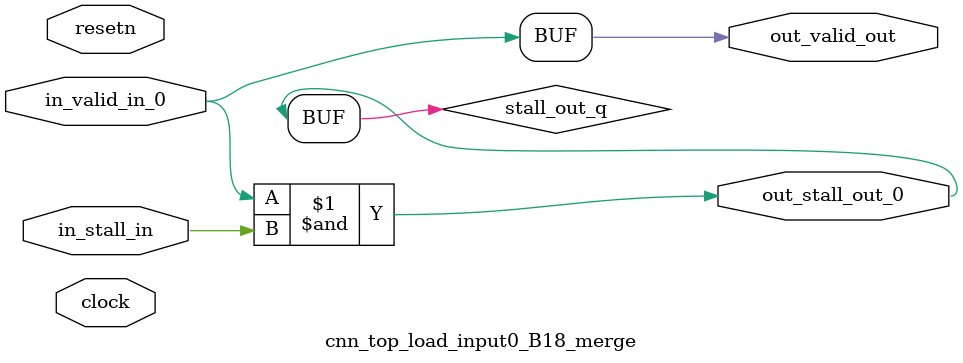
<source format=sv>



(* altera_attribute = "-name AUTO_SHIFT_REGISTER_RECOGNITION OFF; -name MESSAGE_DISABLE 10036; -name MESSAGE_DISABLE 10037; -name MESSAGE_DISABLE 14130; -name MESSAGE_DISABLE 14320; -name MESSAGE_DISABLE 15400; -name MESSAGE_DISABLE 14130; -name MESSAGE_DISABLE 10036; -name MESSAGE_DISABLE 12020; -name MESSAGE_DISABLE 12030; -name MESSAGE_DISABLE 12010; -name MESSAGE_DISABLE 12110; -name MESSAGE_DISABLE 14320; -name MESSAGE_DISABLE 13410; -name MESSAGE_DISABLE 113007; -name MESSAGE_DISABLE 10958" *)
module cnn_top_load_input0_B18_merge (
    input wire [0:0] in_stall_in,
    input wire [0:0] in_valid_in_0,
    output wire [0:0] out_stall_out_0,
    output wire [0:0] out_valid_out,
    input wire clock,
    input wire resetn
    );

    wire [0:0] stall_out_q;


    // stall_out(LOGICAL,6)
    assign stall_out_q = in_valid_in_0 & in_stall_in;

    // out_stall_out_0(GPOUT,4)
    assign out_stall_out_0 = stall_out_q;

    // out_valid_out(GPOUT,5)
    assign out_valid_out = in_valid_in_0;

endmodule

</source>
